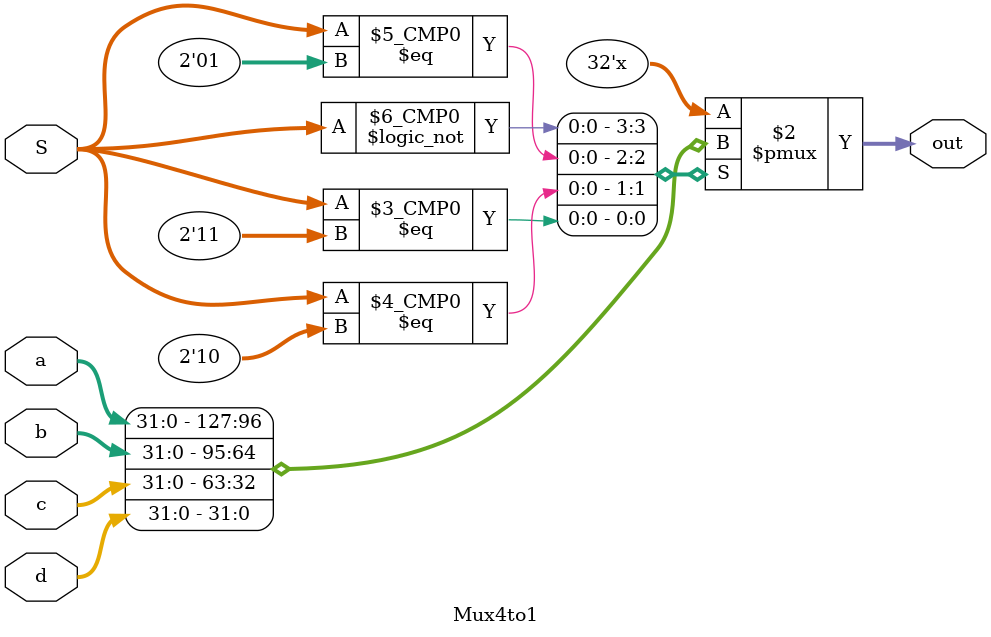
<source format=v>
module Mux4to1 #(parameter WIDTH = 32)
(
	input [WIDTH-1:0] a, b, c ,d,
	input [1:0]	S,
	
	output reg [WIDTH-1:0] out
);


//reg [WIDTH-1:0] constant = 32'b0000_0000_0000_0000_0000_0000_0000_0100;
always @(*)
begin
case (S)
2'b00 : out <= a;
2'b01 : out <= b;
2'b10 : out <= c;
2'b11 : out <= d;
endcase
end

endmodule  
</source>
